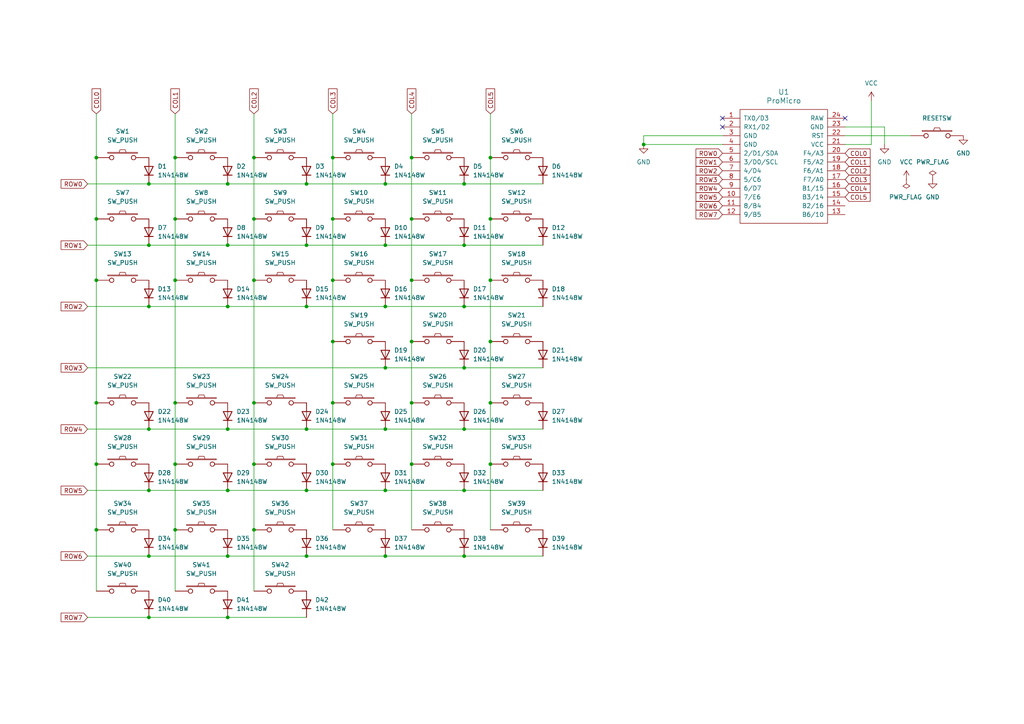
<source format=kicad_sch>
(kicad_sch (version 20230121) (generator eeschema)
  (paper "A4")
  (lib_symbols
    (symbol "Diode:1N4148W" (pin_numbers hide) (pin_names hide)
      (property "Reference" "D" (at 0 2.54 0))
      (property "Value" "1N4148W" (at 0 -2.54 0))
      (symbol "1N4148W_0_1"
        (polyline (pts (xy -1.27 1.27) (xy -1.27 -1.27)) (stroke (width 0.254)))
        (polyline (pts (xy 1.27 0) (xy -1.27 0)))
        (polyline (pts (xy 1.27 1.27) (xy 1.27 -1.27) (xy -1.27 0) (xy 1.27 1.27)) (stroke (width 0.254)))
      )
      (symbol "1N4148W_1_1"
        (pin passive line (at -3.81 0 0) (length 2.54) (name "K") (number "1"))
        (pin passive line (at 3.81 0 180) (length 2.54) (name "A") (number "2"))
      )
    )
    (symbol "kbd:ProMicro" (pin_names (offset 1.016))
      (property "Reference" "U" (at 0 19.05 0))
      (property "Value" "ProMicro" (at 0 -19.05 0))
      (symbol "ProMicro_0_1"
        (rectangle (start -12.7 16.51) (end 12.7 -16.51))
      )
      (symbol "ProMicro_1_1"
        (pin bidirectional line (at -17.78 13.97 0) (length 5.08) (name "TX0/D3") (number "1"))
        (pin bidirectional line (at -17.78 -8.89 0) (length 5.08) (name "7/E6") (number "10"))
        (pin bidirectional line (at -17.78 -11.43 0) (length 5.08) (name "8/B4") (number "11"))
        (pin bidirectional line (at -17.78 -13.97 0) (length 5.08) (name "9/B5") (number "12"))
        (pin bidirectional line (at 17.78 -13.97 180) (length 5.08) (name "B6/10") (number "13"))
        (pin bidirectional line (at 17.78 -11.43 180) (length 5.08) (name "B2/16") (number "14"))
        (pin bidirectional line (at 17.78 -8.89 180) (length 5.08) (name "B3/14") (number "15"))
        (pin bidirectional line (at 17.78 -6.35 180) (length 5.08) (name "B1/15") (number "16"))
        (pin bidirectional line (at 17.78 -3.81 180) (length 5.08) (name "F7/A0") (number "17"))
        (pin bidirectional line (at 17.78 -1.27 180) (length 5.08) (name "F6/A1") (number "18"))
        (pin bidirectional line (at 17.78 1.27 180) (length 5.08) (name "F5/A2") (number "19"))
        (pin bidirectional line (at -17.78 11.43 0) (length 5.08) (name "RX1/D2") (number "2"))
        (pin bidirectional line (at 17.78 3.81 180) (length 5.08) (name "F4/A3") (number "20"))
        (pin power_in line (at 17.78 6.35 180) (length 5.08) (name "VCC") (number "21"))
        (pin input line (at 17.78 8.89 180) (length 5.08) (name "RST") (number "22"))
        (pin power_in line (at 17.78 11.43 180) (length 5.08) (name "GND") (number "23"))
        (pin power_out line (at 17.78 13.97 180) (length 5.08) (name "RAW") (number "24"))
        (pin power_in line (at -17.78 8.89 0) (length 5.08) (name "GND") (number "3"))
        (pin power_in line (at -17.78 6.35 0) (length 5.08) (name "GND") (number "4"))
        (pin bidirectional line (at -17.78 3.81 0) (length 5.08) (name "2/D1/SDA") (number "5"))
        (pin bidirectional line (at -17.78 1.27 0) (length 5.08) (name "3/D0/SCL") (number "6"))
        (pin bidirectional line (at -17.78 -1.27 0) (length 5.08) (name "4/D4") (number "7"))
        (pin bidirectional line (at -17.78 -3.81 0) (length 5.08) (name "5/C6") (number "8"))
        (pin bidirectional line (at -17.78 -6.35 0) (length 5.08) (name "6/D7") (number "9"))
      )
    )
    (symbol "kbd:SW_PUSH" (pin_numbers hide) (pin_names (offset 1.016) hide)
      (property "Reference" "SW" (at 3.81 2.794 0))
      (property "Value" "SW_PUSH" (at 0 -2.032 0))
      (symbol "SW_PUSH_0_1"
        (rectangle (start -4.318 1.27) (end 4.318 1.524))
        (polyline (pts (xy -1.016 1.524) (xy -0.762 2.286) (xy 0.762 2.286) (xy 1.016 1.524)))
        (pin passive inverted (at -7.62 0 0) (length 5.08) (name "1") (number "1"))
        (pin passive inverted (at 7.62 0 180) (length 5.08) (name "2") (number "2"))
      )
    )
    (symbol "power:GND" (power) (pin_names (offset 0))
      (property "Value" "GND" (at 0 -3.81 0))
      (symbol "GND_0_1"
        (polyline (pts (xy 0 0) (xy 0 -1.27) (xy 1.27 -1.27) (xy 0 -2.54) (xy -1.27 -1.27) (xy 0 -1.27)))
      )
      (symbol "GND_1_1"
        (pin power_in line (at 0 0 270) (length 0) hide (name "GND") (number "1"))
      )
    )
    (symbol "power:PWR_FLAG" (power) (pin_numbers hide) (pin_names (offset 0) hide)
      (property "Value" "PWR_FLAG" (at 0 3.81 0))
      (symbol "PWR_FLAG_0_0"
        (pin power_out line (at 0 0 90) (length 0) (name "pwr") (number "1"))
      )
      (symbol "PWR_FLAG_0_1"
        (polyline (pts (xy 0 0) (xy 0 1.27) (xy -1.016 1.905) (xy 0 2.54) (xy 1.016 1.905) (xy 0 1.27)))
      )
    )
    (symbol "power:VCC" (power) (pin_names (offset 0))
      (property "Value" "VCC" (at 0 3.81 0))
      (symbol "VCC_0_1"
        (polyline (pts (xy -0.762 1.27) (xy 0 2.54)))
        (polyline (pts (xy 0 0) (xy 0 2.54)))
        (polyline (pts (xy 0 2.54) (xy 0.762 1.27)))
      )
      (symbol "VCC_1_1"
        (pin power_in line (at 0 0 90) (length 0) hide (name "VCC") (number "1"))
      )
    )
  )
  (junction (at 43.18 53.34))
  (junction (at 142.24 81.28))
  (junction (at 88.9 53.34))
  (junction (at 96.52 45.72))
  (junction (at 50.8 116.84))
  (junction (at 119.38 99.06))
  (junction (at 134.62 88.9))
  (junction (at 88.9 161.29))
  (junction (at 66.04 161.29))
  (junction (at 134.62 71.12))
  (junction (at 66.04 71.12))
  (junction (at 50.8 45.72))
  (junction (at 96.52 134.62))
  (junction (at 96.52 99.06))
  (junction (at 27.94 63.5))
  (junction (at 119.38 116.84))
  (junction (at 66.04 179.07))
  (junction (at 186.69 41.91))
  (junction (at 73.66 153.67))
  (junction (at 142.24 63.5))
  (junction (at 111.76 161.29))
  (junction (at 134.62 142.24))
  (junction (at 66.04 53.34))
  (junction (at 134.62 161.29))
  (junction (at 119.38 45.72))
  (junction (at 43.18 179.07))
  (junction (at 111.76 106.68))
  (junction (at 142.24 99.06))
  (junction (at 119.38 63.5))
  (junction (at 66.04 88.9))
  (junction (at 119.38 134.62))
  (junction (at 50.8 134.62))
  (junction (at 43.18 161.29))
  (junction (at 27.94 81.28))
  (junction (at 111.76 53.34))
  (junction (at 73.66 45.72))
  (junction (at 27.94 134.62))
  (junction (at 43.18 71.12))
  (junction (at 88.9 142.24))
  (junction (at 111.76 142.24))
  (junction (at 134.62 106.68))
  (junction (at 134.62 53.34))
  (junction (at 142.24 116.84))
  (junction (at 96.52 116.84))
  (junction (at 111.76 71.12))
  (junction (at 88.9 71.12))
  (junction (at 50.8 153.67))
  (junction (at 142.24 134.62))
  (junction (at 43.18 124.46))
  (junction (at 43.18 142.24))
  (junction (at 73.66 63.5))
  (junction (at 73.66 81.28))
  (junction (at 50.8 81.28))
  (junction (at 96.52 63.5))
  (junction (at 43.18 88.9))
  (junction (at 27.94 153.67))
  (junction (at 27.94 45.72))
  (junction (at 66.04 124.46))
  (junction (at 66.04 142.24))
  (junction (at 111.76 88.9))
  (junction (at 73.66 116.84))
  (junction (at 88.9 124.46))
  (junction (at 27.94 116.84))
  (junction (at 142.24 45.72))
  (junction (at 134.62 124.46))
  (junction (at 119.38 81.28))
  (junction (at 111.76 124.46))
  (junction (at 73.66 134.62))
  (junction (at 50.8 63.5))
  (junction (at 88.9 88.9))
  (junction (at 96.52 81.28))
  (no_connect (at 209.55 34.29))
  (no_connect (at 209.55 36.83))
  (no_connect (at 245.11 34.29))
  (wire (pts (xy 73.66 45.72) (xy 73.66 63.5)))
  (wire (pts (xy 142.24 63.5) (xy 142.24 81.28)))
  (wire (pts (xy 119.38 134.62) (xy 119.38 153.67)))
  (wire (pts (xy 96.52 33.02) (xy 96.52 45.72)))
  (wire (pts (xy 264.16 39.37) (xy 245.11 39.37)))
  (wire (pts (xy 119.38 116.84) (xy 119.38 134.62)))
  (wire (pts (xy 111.76 53.34) (xy 134.62 53.34)))
  (wire (pts (xy 88.9 71.12) (xy 111.76 71.12)))
  (wire (pts (xy 66.04 179.07) (xy 88.9 179.07)))
  (wire (pts (xy 25.4 161.29) (xy 43.18 161.29)))
  (wire (pts (xy 119.38 63.5) (xy 119.38 81.28)))
  (wire (pts (xy 96.52 45.72) (xy 96.52 63.5)))
  (wire (pts (xy 142.24 81.28) (xy 142.24 99.06)))
  (wire (pts (xy 27.94 81.28) (xy 27.94 116.84)))
  (wire (pts (xy 142.24 116.84) (xy 142.24 134.62)))
  (wire (pts (xy 119.38 99.06) (xy 119.38 116.84)))
  (wire (pts (xy 27.94 33.02) (xy 27.94 45.72)))
  (wire (pts (xy 142.24 99.06) (xy 142.24 116.84)))
  (wire (pts (xy 252.73 41.91) (xy 252.73 29.21)))
  (wire (pts (xy 25.4 106.68) (xy 111.76 106.68)))
  (wire (pts (xy 111.76 71.12) (xy 134.62 71.12)))
  (wire (pts (xy 43.18 71.12) (xy 66.04 71.12)))
  (wire (pts (xy 111.76 106.68) (xy 134.62 106.68)))
  (wire (pts (xy 142.24 45.72) (xy 142.24 63.5)))
  (wire (pts (xy 73.66 116.84) (xy 73.66 134.62)))
  (wire (pts (xy 27.94 134.62) (xy 27.94 153.67)))
  (wire (pts (xy 186.69 41.91) (xy 209.55 41.91)))
  (wire (pts (xy 245.11 41.91) (xy 252.73 41.91)))
  (wire (pts (xy 25.4 53.34) (xy 43.18 53.34)))
  (wire (pts (xy 27.94 116.84) (xy 27.94 134.62)))
  (wire (pts (xy 88.9 161.29) (xy 111.76 161.29)))
  (wire (pts (xy 134.62 106.68) (xy 157.48 106.68)))
  (wire (pts (xy 43.18 88.9) (xy 66.04 88.9)))
  (wire (pts (xy 142.24 134.62) (xy 142.24 153.67)))
  (wire (pts (xy 43.18 142.24) (xy 66.04 142.24)))
  (wire (pts (xy 50.8 153.67) (xy 50.8 171.45)))
  (wire (pts (xy 66.04 88.9) (xy 88.9 88.9)))
  (wire (pts (xy 73.66 33.02) (xy 73.66 45.72)))
  (wire (pts (xy 256.54 36.83) (xy 256.54 41.91)))
  (wire (pts (xy 73.66 63.5) (xy 73.66 81.28)))
  (wire (pts (xy 25.4 124.46) (xy 43.18 124.46)))
  (wire (pts (xy 186.69 39.37) (xy 186.69 41.91)))
  (wire (pts (xy 134.62 124.46) (xy 157.48 124.46)))
  (wire (pts (xy 134.62 53.34) (xy 157.48 53.34)))
  (wire (pts (xy 88.9 124.46) (xy 111.76 124.46)))
  (wire (pts (xy 27.94 45.72) (xy 27.94 63.5)))
  (wire (pts (xy 96.52 134.62) (xy 96.52 153.67)))
  (wire (pts (xy 142.24 33.02) (xy 142.24 45.72)))
  (wire (pts (xy 96.52 99.06) (xy 96.52 116.84)))
  (wire (pts (xy 66.04 142.24) (xy 88.9 142.24)))
  (wire (pts (xy 43.18 53.34) (xy 66.04 53.34)))
  (wire (pts (xy 134.62 142.24) (xy 157.48 142.24)))
  (wire (pts (xy 25.4 179.07) (xy 43.18 179.07)))
  (wire (pts (xy 27.94 153.67) (xy 27.94 171.45)))
  (wire (pts (xy 209.55 39.37) (xy 186.69 39.37)))
  (wire (pts (xy 25.4 71.12) (xy 43.18 71.12)))
  (wire (pts (xy 88.9 53.34) (xy 111.76 53.34)))
  (wire (pts (xy 111.76 124.46) (xy 134.62 124.46)))
  (wire (pts (xy 134.62 88.9) (xy 157.48 88.9)))
  (wire (pts (xy 111.76 161.29) (xy 134.62 161.29)))
  (wire (pts (xy 50.8 45.72) (xy 50.8 63.5)))
  (wire (pts (xy 43.18 161.29) (xy 66.04 161.29)))
  (wire (pts (xy 119.38 33.02) (xy 119.38 45.72)))
  (wire (pts (xy 119.38 81.28) (xy 119.38 99.06)))
  (wire (pts (xy 43.18 124.46) (xy 66.04 124.46)))
  (wire (pts (xy 43.18 179.07) (xy 66.04 179.07)))
  (wire (pts (xy 25.4 142.24) (xy 43.18 142.24)))
  (wire (pts (xy 96.52 63.5) (xy 96.52 81.28)))
  (wire (pts (xy 245.11 36.83) (xy 256.54 36.83)))
  (wire (pts (xy 96.52 81.28) (xy 96.52 99.06)))
  (wire (pts (xy 73.66 134.62) (xy 73.66 153.67)))
  (wire (pts (xy 50.8 116.84) (xy 50.8 134.62)))
  (wire (pts (xy 134.62 71.12) (xy 157.48 71.12)))
  (wire (pts (xy 66.04 124.46) (xy 88.9 124.46)))
  (wire (pts (xy 66.04 71.12) (xy 88.9 71.12)))
  (wire (pts (xy 66.04 161.29) (xy 88.9 161.29)))
  (wire (pts (xy 88.9 142.24) (xy 111.76 142.24)))
  (wire (pts (xy 96.52 116.84) (xy 96.52 134.62)))
  (wire (pts (xy 50.8 81.28) (xy 50.8 116.84)))
  (wire (pts (xy 50.8 33.02) (xy 50.8 45.72)))
  (wire (pts (xy 134.62 161.29) (xy 157.48 161.29)))
  (wire (pts (xy 27.94 63.5) (xy 27.94 81.28)))
  (wire (pts (xy 25.4 88.9) (xy 43.18 88.9)))
  (wire (pts (xy 88.9 88.9) (xy 111.76 88.9)))
  (wire (pts (xy 111.76 88.9) (xy 134.62 88.9)))
  (wire (pts (xy 66.04 53.34) (xy 88.9 53.34)))
  (wire (pts (xy 73.66 153.67) (xy 73.66 171.45)))
  (wire (pts (xy 50.8 134.62) (xy 50.8 153.67)))
  (wire (pts (xy 73.66 81.28) (xy 73.66 116.84)))
  (wire (pts (xy 50.8 63.5) (xy 50.8 81.28)))
  (wire (pts (xy 119.38 45.72) (xy 119.38 63.5)))
  (wire (pts (xy 111.76 142.24) (xy 134.62 142.24)))
  (global_label "ROW3" (shape input) (at 25.4 106.68 180) (property "Intersheetrefs" "${INTERSHEET_REFS}" (effects hide)))
  (global_label "ROW7" (shape input) (at 25.4 179.07 180) (property "Intersheetrefs" "${INTERSHEET_REFS}" (effects hide)))
  (global_label "ROW0" (shape input) (at 25.4 53.34 180) (property "Intersheetrefs" "${INTERSHEET_REFS}" (effects hide)))
  (global_label "COL2" (shape input) (at 245.11 49.53 0) (property "Intersheetrefs" "${INTERSHEET_REFS}" (effects hide)))
  (global_label "ROW4" (shape input) (at 209.55 54.61 180) (property "Intersheetrefs" "${INTERSHEET_REFS}" (effects hide)))
  (global_label "COL1" (shape input) (at 50.8 33.02 90) (property "Intersheetrefs" "${INTERSHEET_REFS}" (effects hide)))
  (global_label "ROW1" (shape input) (at 25.4 71.12 180) (property "Intersheetrefs" "${INTERSHEET_REFS}" (effects hide)))
  (global_label "ROW4" (shape input) (at 25.4 124.46 180) (property "Intersheetrefs" "${INTERSHEET_REFS}" (effects hide)))
  (global_label "ROW1" (shape input) (at 209.55 46.99 180) (property "Intersheetrefs" "${INTERSHEET_REFS}" (effects hide)))
  (global_label "COL5" (shape input) (at 142.24 33.02 90) (property "Intersheetrefs" "${INTERSHEET_REFS}" (effects hide)))
  (global_label "ROW7" (shape input) (at 209.55 62.23 180) (property "Intersheetrefs" "${INTERSHEET_REFS}" (effects hide)))
  (global_label "ROW6" (shape input) (at 209.55 59.69 180) (property "Intersheetrefs" "${INTERSHEET_REFS}" (effects hide)))
  (global_label "ROW5" (shape input) (at 25.4 142.24 180) (property "Intersheetrefs" "${INTERSHEET_REFS}" (effects hide)))
  (global_label "COL0" (shape input) (at 27.94 33.02 90) (property "Intersheetrefs" "${INTERSHEET_REFS}" (effects hide)))
  (global_label "ROW6" (shape input) (at 25.4 161.29 180) (property "Intersheetrefs" "${INTERSHEET_REFS}" (effects hide)))
  (global_label "COL3" (shape input) (at 245.11 52.07 0) (property "Intersheetrefs" "${INTERSHEET_REFS}" (effects hide)))
  (global_label "COL2" (shape input) (at 73.66 33.02 90) (property "Intersheetrefs" "${INTERSHEET_REFS}" (effects hide)))
  (global_label "COL0" (shape input) (at 245.11 44.45 0) (property "Intersheetrefs" "${INTERSHEET_REFS}" (effects hide)))
  (global_label "COL4" (shape input) (at 119.38 33.02 90) (property "Intersheetrefs" "${INTERSHEET_REFS}" (effects hide)))
  (global_label "ROW5" (shape input) (at 209.55 57.15 180) (property "Intersheetrefs" "${INTERSHEET_REFS}" (effects hide)))
  (global_label "COL4" (shape input) (at 245.11 54.61 0) (property "Intersheetrefs" "${INTERSHEET_REFS}" (effects hide)))
  (global_label "COL5" (shape input) (at 245.11 57.15 0) (property "Intersheetrefs" "${INTERSHEET_REFS}" (effects hide)))
  (global_label "ROW2" (shape input) (at 25.4 88.9 180) (property "Intersheetrefs" "${INTERSHEET_REFS}" (effects hide)))
  (global_label "ROW2" (shape input) (at 209.55 49.53 180) (property "Intersheetrefs" "${INTERSHEET_REFS}" (effects hide)))
  (global_label "ROW3" (shape input) (at 209.55 52.07 180) (property "Intersheetrefs" "${INTERSHEET_REFS}" (effects hide)))
  (global_label "COL3" (shape input) (at 96.52 33.02 90) (property "Intersheetrefs" "${INTERSHEET_REFS}" (effects hide)))
  (global_label "COL1" (shape input) (at 245.11 46.99 0) (property "Intersheetrefs" "${INTERSHEET_REFS}" (effects hide)))
  (global_label "ROW0" (shape input) (at 209.55 44.45 180) (property "Intersheetrefs" "${INTERSHEET_REFS}" (effects hide)))
  (symbol (lib_id "kbd:SW_PUSH") (at 35.56 45.72 0) (unit 1)
    (property "Reference" "SW1" (at 35.56 38.1 0))
    (property "Value" "SW_PUSH" (at 35.56 40.64 0))
    (property "Footprint" "kbd:CherryMX_Hotswap" (effects hide))
  )
  (symbol (lib_id "Diode:1N4148W") (at 157.48 120.65 90) (unit 1)
    (property "Reference" "D27" (at 160.02 119.38 90) (effects (justify right)))
    (property "Value" "1N4148W" (at 160.02 121.92 90) (effects (justify right)))
    (property "Footprint" "kbd:D3_TH_SMD_v2" (effects hide))
    (property "Datasheet" "https://www.vishay.com/docs/85748/1n4148w.pdf" (effects hide))
    (property "Sim.Device" "D" (effects hide))
    (property "Sim.Pins" "1=K 2=A" (effects hide))
  )
  (symbol (lib_id "kbd:SW_PUSH") (at 104.14 99.06 0) (unit 1)
    (property "Reference" "SW19" (at 104.14 91.44 0))
    (property "Value" "SW_PUSH" (at 104.14 93.98 0))
    (property "Footprint" "kbd:CherryMX_Hotswap" (effects hide))
  )
  (symbol (lib_id "Diode:1N4148W") (at 88.9 157.48 90) (unit 1)
    (property "Reference" "D36" (at 91.44 156.21 90) (effects (justify right)))
    (property "Value" "1N4148W" (at 91.44 158.75 90) (effects (justify right)))
    (property "Footprint" "kbd:D3_TH_SMD_v2" (effects hide))
    (property "Datasheet" "https://www.vishay.com/docs/85748/1n4148w.pdf" (effects hide))
    (property "Sim.Device" "D" (effects hide))
    (property "Sim.Pins" "1=K 2=A" (effects hide))
  )
  (symbol (lib_id "kbd:ProMicro") (at 227.33 48.26 0) (unit 1)
    (property "Reference" "U1" (at 227.33 26.67 0) (effects (font (size 1.524 1.524))))
    (property "Value" "ProMicro" (at 227.33 29.21 0) (effects (font (size 1.524 1.524))))
    (property "Footprint" "kbd:ProMicro_v3.5" (effects hide))
  )
  (symbol (lib_id "kbd:SW_PUSH") (at 58.42 153.67 0) (unit 1)
    (property "Reference" "SW35" (at 58.42 146.05 0))
    (property "Value" "SW_PUSH" (at 58.42 148.59 0))
    (property "Footprint" "kbd:CherryMX_Hotswap" (effects hide))
  )
  (symbol (lib_id "Diode:1N4148W") (at 88.9 85.09 90) (unit 1)
    (property "Reference" "D15" (at 91.44 83.82 90) (effects (justify right)))
    (property "Value" "1N4148W" (at 91.44 86.36 90) (effects (justify right)))
    (property "Footprint" "kbd:D3_TH_SMD_v2" (effects hide))
    (property "Datasheet" "https://www.vishay.com/docs/85748/1n4148w.pdf" (effects hide))
    (property "Sim.Device" "D" (effects hide))
    (property "Sim.Pins" "1=K 2=A" (effects hide))
  )
  (symbol (lib_id "Diode:1N4148W") (at 43.18 49.53 90) (unit 1)
    (property "Reference" "D1" (at 45.72 48.26 90) (effects (justify right)))
    (property "Value" "1N4148W" (at 45.72 50.8 90) (effects (justify right)))
    (property "Footprint" "kbd:D3_TH_SMD_v2" (effects hide))
    (property "Datasheet" "https://www.vishay.com/docs/85748/1n4148w.pdf" (effects hide))
    (property "Sim.Device" "D" (effects hide))
    (property "Sim.Pins" "1=K 2=A" (effects hide))
  )
  (symbol (lib_id "Diode:1N4148W") (at 111.76 49.53 90) (unit 1)
    (property "Reference" "D4" (at 114.3 48.26 90) (effects (justify right)))
    (property "Value" "1N4148W" (at 114.3 50.8 90) (effects (justify right)))
    (property "Footprint" "kbd:D3_TH_SMD_v2" (effects hide))
    (property "Datasheet" "https://www.vishay.com/docs/85748/1n4148w.pdf" (effects hide))
    (property "Sim.Device" "D" (effects hide))
    (property "Sim.Pins" "1=K 2=A" (effects hide))
  )
  (symbol (lib_id "kbd:SW_PUSH") (at 127 63.5 0) (unit 1)
    (property "Reference" "SW11" (at 127 55.88 0))
    (property "Value" "SW_PUSH" (at 127 58.42 0))
    (property "Footprint" "kbd:CherryMX_Hotswap" (effects hide))
  )
  (symbol (lib_id "Diode:1N4148W") (at 66.04 120.65 90) (unit 1)
    (property "Reference" "D23" (at 68.58 119.38 90) (effects (justify right)))
    (property "Value" "1N4148W" (at 68.58 121.92 90) (effects (justify right)))
    (property "Footprint" "kbd:D3_TH_SMD_v2" (effects hide))
    (property "Datasheet" "https://www.vishay.com/docs/85748/1n4148w.pdf" (effects hide))
    (property "Sim.Device" "D" (effects hide))
    (property "Sim.Pins" "1=K 2=A" (effects hide))
  )
  (symbol (lib_id "Diode:1N4148W") (at 157.48 102.87 90) (unit 1)
    (property "Reference" "D21" (at 160.02 101.6 90) (effects (justify right)))
    (property "Value" "1N4148W" (at 160.02 104.14 90) (effects (justify right)))
    (property "Footprint" "kbd:D3_TH_SMD_v2" (effects hide))
    (property "Datasheet" "https://www.vishay.com/docs/85748/1n4148w.pdf" (effects hide))
    (property "Sim.Device" "D" (effects hide))
    (property "Sim.Pins" "1=K 2=A" (effects hide))
  )
  (symbol (lib_id "Diode:1N4148W") (at 88.9 138.43 90) (unit 1)
    (property "Reference" "D30" (at 91.44 137.16 90) (effects (justify right)))
    (property "Value" "1N4148W" (at 91.44 139.7 90) (effects (justify right)))
    (property "Footprint" "kbd:D3_TH_SMD_v2" (effects hide))
    (property "Datasheet" "https://www.vishay.com/docs/85748/1n4148w.pdf" (effects hide))
    (property "Sim.Device" "D" (effects hide))
    (property "Sim.Pins" "1=K 2=A" (effects hide))
  )
  (symbol (lib_id "Diode:1N4148W") (at 111.76 85.09 90) (unit 1)
    (property "Reference" "D16" (at 114.3 83.82 90) (effects (justify right)))
    (property "Value" "1N4148W" (at 114.3 86.36 90) (effects (justify right)))
    (property "Footprint" "kbd:D3_TH_SMD_v2" (effects hide))
    (property "Datasheet" "https://www.vishay.com/docs/85748/1n4148w.pdf" (effects hide))
    (property "Sim.Device" "D" (effects hide))
    (property "Sim.Pins" "1=K 2=A" (effects hide))
  )
  (symbol (lib_id "kbd:SW_PUSH") (at 149.86 99.06 0) (unit 1)
    (property "Reference" "SW21" (at 149.86 91.44 0))
    (property "Value" "SW_PUSH" (at 149.86 93.98 0))
    (property "Footprint" "kbd:CherryMX_Hotswap" (effects hide))
  )
  (symbol (lib_id "kbd:SW_PUSH") (at 58.42 45.72 0) (unit 1)
    (property "Reference" "SW2" (at 58.42 38.1 0))
    (property "Value" "SW_PUSH" (at 58.42 40.64 0))
    (property "Footprint" "kbd:CherryMX_Hotswap" (effects hide))
  )
  (symbol (lib_id "Diode:1N4148W") (at 66.04 175.26 90) (unit 1)
    (property "Reference" "D41" (at 68.58 173.99 90) (effects (justify right)))
    (property "Value" "1N4148W" (at 68.58 176.53 90) (effects (justify right)))
    (property "Footprint" "kbd:D3_TH_SMD_v2" (effects hide))
    (property "Datasheet" "https://www.vishay.com/docs/85748/1n4148w.pdf" (effects hide))
    (property "Sim.Device" "D" (effects hide))
    (property "Sim.Pins" "1=K 2=A" (effects hide))
  )
  (symbol (lib_id "Diode:1N4148W") (at 43.18 138.43 90) (unit 1)
    (property "Reference" "D28" (at 45.72 137.16 90) (effects (justify right)))
    (property "Value" "1N4148W" (at 45.72 139.7 90) (effects (justify right)))
    (property "Footprint" "kbd:D3_TH_SMD_v2" (effects hide))
    (property "Datasheet" "https://www.vishay.com/docs/85748/1n4148w.pdf" (effects hide))
    (property "Sim.Device" "D" (effects hide))
    (property "Sim.Pins" "1=K 2=A" (effects hide))
  )
  (symbol (lib_id "kbd:SW_PUSH") (at 104.14 81.28 0) (unit 1)
    (property "Reference" "SW16" (at 104.14 73.66 0))
    (property "Value" "SW_PUSH" (at 104.14 76.2 0))
    (property "Footprint" "kbd:CherryMX_Hotswap" (effects hide))
  )
  (symbol (lib_id "Diode:1N4148W") (at 111.76 157.48 90) (unit 1)
    (property "Reference" "D37" (at 114.3 156.21 90) (effects (justify right)))
    (property "Value" "1N4148W" (at 114.3 158.75 90) (effects (justify right)))
    (property "Footprint" "kbd:D3_TH_SMD_v2" (effects hide))
    (property "Datasheet" "https://www.vishay.com/docs/85748/1n4148w.pdf" (effects hide))
    (property "Sim.Device" "D" (effects hide))
    (property "Sim.Pins" "1=K 2=A" (effects hide))
  )
  (symbol (lib_id "Diode:1N4148W") (at 88.9 67.31 90) (unit 1)
    (property "Reference" "D9" (at 91.44 66.04 90) (effects (justify right)))
    (property "Value" "1N4148W" (at 91.44 68.58 90) (effects (justify right)))
    (property "Footprint" "kbd:D3_TH_SMD_v2" (effects hide))
    (property "Datasheet" "https://www.vishay.com/docs/85748/1n4148w.pdf" (effects hide))
    (property "Sim.Device" "D" (effects hide))
    (property "Sim.Pins" "1=K 2=A" (effects hide))
  )
  (symbol (lib_id "kbd:SW_PUSH") (at 104.14 116.84 0) (unit 1)
    (property "Reference" "SW25" (at 104.14 109.22 0))
    (property "Value" "SW_PUSH" (at 104.14 111.76 0))
    (property "Footprint" "kbd:CherryMX_Hotswap" (effects hide))
  )
  (symbol (lib_id "kbd:SW_PUSH") (at 35.56 171.45 0) (unit 1)
    (property "Reference" "SW40" (at 35.56 163.83 0))
    (property "Value" "SW_PUSH" (at 35.56 166.37 0))
    (property "Footprint" "kbd:CherryMX_Hotswap" (effects hide))
  )
  (symbol (lib_id "kbd:SW_PUSH") (at 35.56 153.67 0) (unit 1)
    (property "Reference" "SW34" (at 35.56 146.05 0))
    (property "Value" "SW_PUSH" (at 35.56 148.59 0))
    (property "Footprint" "kbd:CherryMX_Hotswap" (effects hide))
  )
  (symbol (lib_id "kbd:SW_PUSH") (at 104.14 153.67 0) (unit 1)
    (property "Reference" "SW37" (at 104.14 146.05 0))
    (property "Value" "SW_PUSH" (at 104.14 148.59 0))
    (property "Footprint" "kbd:CherryMX_Hotswap" (effects hide))
  )
  (symbol (lib_id "kbd:SW_PUSH") (at 104.14 45.72 0) (unit 1)
    (property "Reference" "SW4" (at 104.14 38.1 0))
    (property "Value" "SW_PUSH" (at 104.14 40.64 0))
    (property "Footprint" "kbd:CherryMX_Hotswap" (effects hide))
  )
  (symbol (lib_id "power:VCC") (at 252.73 29.21 0) (unit 1)
    (property "Reference" "#PWR02" (effects hide))
    (property "Value" "VCC" (at 252.73 24.13 0))
  )
  (symbol (lib_id "power:VCC") (at 262.89 52.07 0) (unit 1)
    (property "Reference" "#PWR05" (effects hide))
    (property "Value" "VCC" (at 262.89 46.99 0))
  )
  (symbol (lib_id "kbd:SW_PUSH") (at 127 116.84 0) (unit 1)
    (property "Reference" "SW26" (at 127 109.22 0))
    (property "Value" "SW_PUSH" (at 127 111.76 0))
    (property "Footprint" "kbd:CherryMX_Hotswap" (effects hide))
  )
  (symbol (lib_id "Diode:1N4148W") (at 88.9 175.26 90) (unit 1)
    (property "Reference" "D42" (at 91.44 173.99 90) (effects (justify right)))
    (property "Value" "1N4148W" (at 91.44 176.53 90) (effects (justify right)))
    (property "Footprint" "kbd:D3_TH_SMD_v2" (effects hide))
    (property "Datasheet" "https://www.vishay.com/docs/85748/1n4148w.pdf" (effects hide))
    (property "Sim.Device" "D" (effects hide))
    (property "Sim.Pins" "1=K 2=A" (effects hide))
  )
  (symbol (lib_id "Diode:1N4148W") (at 134.62 157.48 90) (unit 1)
    (property "Reference" "D38" (at 137.16 156.21 90) (effects (justify right)))
    (property "Value" "1N4148W" (at 137.16 158.75 90) (effects (justify right)))
    (property "Footprint" "kbd:D3_TH_SMD_v2" (effects hide))
    (property "Datasheet" "https://www.vishay.com/docs/85748/1n4148w.pdf" (effects hide))
    (property "Sim.Device" "D" (effects hide))
    (property "Sim.Pins" "1=K 2=A" (effects hide))
  )
  (symbol (lib_id "Diode:1N4148W") (at 111.76 67.31 90) (unit 1)
    (property "Reference" "D10" (at 114.3 66.04 90) (effects (justify right)))
    (property "Value" "1N4148W" (at 114.3 68.58 90) (effects (justify right)))
    (property "Footprint" "kbd:D3_TH_SMD_v2" (effects hide))
    (property "Datasheet" "https://www.vishay.com/docs/85748/1n4148w.pdf" (effects hide))
    (property "Sim.Device" "D" (effects hide))
    (property "Sim.Pins" "1=K 2=A" (effects hide))
  )
  (symbol (lib_id "kbd:SW_PUSH") (at 127 134.62 0) (unit 1)
    (property "Reference" "SW32" (at 127 127 0))
    (property "Value" "SW_PUSH" (at 127 129.54 0))
    (property "Footprint" "kbd:CherryMX_Hotswap" (effects hide))
  )
  (symbol (lib_id "Diode:1N4148W") (at 134.62 102.87 90) (unit 1)
    (property "Reference" "D20" (at 137.16 101.6 90) (effects (justify right)))
    (property "Value" "1N4148W" (at 137.16 104.14 90) (effects (justify right)))
    (property "Footprint" "kbd:D3_TH_SMD_v2" (effects hide))
    (property "Datasheet" "https://www.vishay.com/docs/85748/1n4148w.pdf" (effects hide))
    (property "Sim.Device" "D" (effects hide))
    (property "Sim.Pins" "1=K 2=A" (effects hide))
  )
  (symbol (lib_id "kbd:SW_PUSH") (at 58.42 63.5 0) (unit 1)
    (property "Reference" "SW8" (at 58.42 55.88 0))
    (property "Value" "SW_PUSH" (at 58.42 58.42 0))
    (property "Footprint" "kbd:CherryMX_Hotswap" (effects hide))
  )
  (symbol (lib_id "kbd:SW_PUSH") (at 58.42 171.45 0) (unit 1)
    (property "Reference" "SW41" (at 58.42 163.83 0))
    (property "Value" "SW_PUSH" (at 58.42 166.37 0))
    (property "Footprint" "kbd:CherryMX_Hotswap" (effects hide))
  )
  (symbol (lib_id "kbd:SW_PUSH") (at 35.56 63.5 0) (unit 1)
    (property "Reference" "SW7" (at 35.56 55.88 0))
    (property "Value" "SW_PUSH" (at 35.56 58.42 0))
    (property "Footprint" "kbd:CherryMX_Hotswap" (effects hide))
  )
  (symbol (lib_id "kbd:SW_PUSH") (at 35.56 134.62 0) (unit 1)
    (property "Reference" "SW28" (at 35.56 127 0))
    (property "Value" "SW_PUSH" (at 35.56 129.54 0))
    (property "Footprint" "kbd:CherryMX_Hotswap" (effects hide))
  )
  (symbol (lib_id "kbd:SW_PUSH") (at 149.86 153.67 0) (unit 1)
    (property "Reference" "SW39" (at 149.86 146.05 0))
    (property "Value" "SW_PUSH" (at 149.86 148.59 0))
    (property "Footprint" "kbd:CherryMX_Hotswap" (effects hide))
  )
  (symbol (lib_id "Diode:1N4148W") (at 66.04 85.09 90) (unit 1)
    (property "Reference" "D14" (at 68.58 83.82 90) (effects (justify right)))
    (property "Value" "1N4148W" (at 68.58 86.36 90) (effects (justify right)))
    (property "Footprint" "kbd:D3_TH_SMD_v2" (effects hide))
    (property "Datasheet" "https://www.vishay.com/docs/85748/1n4148w.pdf" (effects hide))
    (property "Sim.Device" "D" (effects hide))
    (property "Sim.Pins" "1=K 2=A" (effects hide))
  )
  (symbol (lib_id "kbd:SW_PUSH") (at 104.14 63.5 0) (unit 1)
    (property "Reference" "SW10" (at 104.14 55.88 0))
    (property "Value" "SW_PUSH" (at 104.14 58.42 0))
    (property "Footprint" "kbd:CherryMX_Hotswap" (effects hide))
  )
  (symbol (lib_id "kbd:SW_PUSH") (at 35.56 81.28 0) (unit 1)
    (property "Reference" "SW13" (at 35.56 73.66 0))
    (property "Value" "SW_PUSH" (at 35.56 76.2 0))
    (property "Footprint" "kbd:CherryMX_Hotswap" (effects hide))
  )
  (symbol (lib_id "Diode:1N4148W") (at 157.48 138.43 90) (unit 1)
    (property "Reference" "D33" (at 160.02 137.16 90) (effects (justify right)))
    (property "Value" "1N4148W" (at 160.02 139.7 90) (effects (justify right)))
    (property "Footprint" "kbd:D3_TH_SMD_v2" (effects hide))
    (property "Datasheet" "https://www.vishay.com/docs/85748/1n4148w.pdf" (effects hide))
    (property "Sim.Device" "D" (effects hide))
    (property "Sim.Pins" "1=K 2=A" (effects hide))
  )
  (symbol (lib_id "kbd:SW_PUSH") (at 149.86 81.28 0) (unit 1)
    (property "Reference" "SW18" (at 149.86 73.66 0))
    (property "Value" "SW_PUSH" (at 149.86 76.2 0))
    (property "Footprint" "kbd:CherryMX_Hotswap" (effects hide))
  )
  (symbol (lib_id "kbd:SW_PUSH") (at 149.86 134.62 0) (unit 1)
    (property "Reference" "SW33" (at 149.86 127 0))
    (property "Value" "SW_PUSH" (at 149.86 129.54 0))
    (property "Footprint" "kbd:CherryMX_Hotswap" (effects hide))
  )
  (symbol (lib_id "Diode:1N4148W") (at 134.62 120.65 90) (unit 1)
    (property "Reference" "D26" (at 137.16 119.38 90) (effects (justify right)))
    (property "Value" "1N4148W" (at 137.16 121.92 90) (effects (justify right)))
    (property "Footprint" "kbd:D3_TH_SMD_v2" (effects hide))
    (property "Datasheet" "https://www.vishay.com/docs/85748/1n4148w.pdf" (effects hide))
    (property "Sim.Device" "D" (effects hide))
    (property "Sim.Pins" "1=K 2=A" (effects hide))
  )
  (symbol (lib_id "kbd:SW_PUSH") (at 81.28 63.5 0) (unit 1)
    (property "Reference" "SW9" (at 81.28 55.88 0))
    (property "Value" "SW_PUSH" (at 81.28 58.42 0))
    (property "Footprint" "kbd:CherryMX_Hotswap" (effects hide))
  )
  (symbol (lib_id "power:GND") (at 279.4 39.37 0) (unit 1)
    (property "Reference" "#PWR04" (effects hide))
    (property "Value" "GND" (at 279.4 44.45 0))
  )
  (symbol (lib_id "kbd:SW_PUSH") (at 58.42 134.62 0) (unit 1)
    (property "Reference" "SW29" (at 58.42 127 0))
    (property "Value" "SW_PUSH" (at 58.42 129.54 0))
    (property "Footprint" "kbd:CherryMX_Hotswap" (effects hide))
  )
  (symbol (lib_id "Diode:1N4148W") (at 134.62 85.09 90) (unit 1)
    (property "Reference" "D17" (at 137.16 83.82 90) (effects (justify right)))
    (property "Value" "1N4148W" (at 137.16 86.36 90) (effects (justify right)))
    (property "Footprint" "kbd:D3_TH_SMD_v2" (effects hide))
    (property "Datasheet" "https://www.vishay.com/docs/85748/1n4148w.pdf" (effects hide))
    (property "Sim.Device" "D" (effects hide))
    (property "Sim.Pins" "1=K 2=A" (effects hide))
  )
  (symbol (lib_id "power:GND") (at 270.51 52.07 0) (unit 1)
    (property "Reference" "#PWR06" (effects hide))
    (property "Value" "GND" (at 270.51 57.15 0))
  )
  (symbol (lib_id "kbd:SW_PUSH") (at 127 99.06 0) (unit 1)
    (property "Reference" "SW20" (at 127 91.44 0))
    (property "Value" "SW_PUSH" (at 127 93.98 0))
    (property "Footprint" "kbd:CherryMX_Hotswap" (effects hide))
  )
  (symbol (lib_id "kbd:SW_PUSH") (at 271.78 39.37 0) (unit 1)
    (property "Reference" "RSSW0" (effects hide))
    (property "Value" "RESETSW" (at 271.78 34.29 0))
    (property "Footprint" "kbd:ResetSW_1side" (effects hide))
  )
  (symbol (lib_id "power:GND") (at 256.54 41.91 0) (unit 1)
    (property "Reference" "#PWR01" (effects hide))
    (property "Value" "GND" (at 256.54 46.99 0))
  )
  (symbol (lib_id "Diode:1N4148W") (at 88.9 49.53 90) (unit 1)
    (property "Reference" "D3" (at 91.44 48.26 90) (effects (justify right)))
    (property "Value" "1N4148W" (at 91.44 50.8 90) (effects (justify right)))
    (property "Footprint" "kbd:D3_TH_SMD_v2" (effects hide))
    (property "Datasheet" "https://www.vishay.com/docs/85748/1n4148w.pdf" (effects hide))
    (property "Sim.Device" "D" (effects hide))
    (property "Sim.Pins" "1=K 2=A" (effects hide))
  )
  (symbol (lib_id "Diode:1N4148W") (at 111.76 102.87 90) (unit 1)
    (property "Reference" "D19" (at 114.3 101.6 90) (effects (justify right)))
    (property "Value" "1N4148W" (at 114.3 104.14 90) (effects (justify right)))
    (property "Footprint" "kbd:D3_TH_SMD_v2" (effects hide))
    (property "Datasheet" "https://www.vishay.com/docs/85748/1n4148w.pdf" (effects hide))
    (property "Sim.Device" "D" (effects hide))
    (property "Sim.Pins" "1=K 2=A" (effects hide))
  )
  (symbol (lib_id "Diode:1N4148W") (at 43.18 67.31 90) (unit 1)
    (property "Reference" "D7" (at 45.72 66.04 90) (effects (justify right)))
    (property "Value" "1N4148W" (at 45.72 68.58 90) (effects (justify right)))
    (property "Footprint" "kbd:D3_TH_SMD_v2" (effects hide))
    (property "Datasheet" "https://www.vishay.com/docs/85748/1n4148w.pdf" (effects hide))
    (property "Sim.Device" "D" (effects hide))
    (property "Sim.Pins" "1=K 2=A" (effects hide))
  )
  (symbol (lib_id "kbd:SW_PUSH") (at 149.86 116.84 0) (unit 1)
    (property "Reference" "SW27" (at 149.86 109.22 0))
    (property "Value" "SW_PUSH" (at 149.86 111.76 0))
    (property "Footprint" "kbd:CherryMX_Hotswap" (effects hide))
  )
  (symbol (lib_id "Diode:1N4148W") (at 43.18 157.48 90) (unit 1)
    (property "Reference" "D34" (at 45.72 156.21 90) (effects (justify right)))
    (property "Value" "1N4148W" (at 45.72 158.75 90) (effects (justify right)))
    (property "Footprint" "kbd:D3_TH_SMD_v2" (effects hide))
    (property "Datasheet" "https://www.vishay.com/docs/85748/1n4148w.pdf" (effects hide))
    (property "Sim.Device" "D" (effects hide))
    (property "Sim.Pins" "1=K 2=A" (effects hide))
  )
  (symbol (lib_id "kbd:SW_PUSH") (at 81.28 45.72 0) (unit 1)
    (property "Reference" "SW3" (at 81.28 38.1 0))
    (property "Value" "SW_PUSH" (at 81.28 40.64 0))
    (property "Footprint" "kbd:CherryMX_Hotswap" (effects hide))
  )
  (symbol (lib_id "Diode:1N4148W") (at 111.76 120.65 90) (unit 1)
    (property "Reference" "D25" (at 114.3 119.38 90) (effects (justify right)))
    (property "Value" "1N4148W" (at 114.3 121.92 90) (effects (justify right)))
    (property "Footprint" "kbd:D3_TH_SMD_v2" (effects hide))
    (property "Datasheet" "https://www.vishay.com/docs/85748/1n4148w.pdf" (effects hide))
    (property "Sim.Device" "D" (effects hide))
    (property "Sim.Pins" "1=K 2=A" (effects hide))
  )
  (symbol (lib_id "power:PWR_FLAG") (at 270.51 52.07 0) (unit 1)
    (property "Reference" "#FLG02" (effects hide))
    (property "Value" "PWR_FLAG" (at 270.51 46.99 0))
  )
  (symbol (lib_id "kbd:SW_PUSH") (at 127 45.72 0) (unit 1)
    (property "Reference" "SW5" (at 127 38.1 0))
    (property "Value" "SW_PUSH" (at 127 40.64 0))
    (property "Footprint" "kbd:CherryMX_Hotswap" (effects hide))
  )
  (symbol (lib_id "power:PWR_FLAG") (at 262.89 52.07 180) (unit 1)
    (property "Reference" "#FLG01" (effects hide))
    (property "Value" "PWR_FLAG" (at 257.81 57.15 0) (effects (justify right)))
  )
  (symbol (lib_id "Diode:1N4148W") (at 43.18 175.26 90) (unit 1)
    (property "Reference" "D40" (at 45.72 173.99 90) (effects (justify right)))
    (property "Value" "1N4148W" (at 45.72 176.53 90) (effects (justify right)))
    (property "Footprint" "kbd:D3_TH_SMD_v2" (effects hide))
    (property "Datasheet" "https://www.vishay.com/docs/85748/1n4148w.pdf" (effects hide))
    (property "Sim.Device" "D" (effects hide))
    (property "Sim.Pins" "1=K 2=A" (effects hide))
  )
  (symbol (lib_id "Diode:1N4148W") (at 157.48 85.09 90) (unit 1)
    (property "Reference" "D18" (at 160.02 83.82 90) (effects (justify right)))
    (property "Value" "1N4148W" (at 160.02 86.36 90) (effects (justify right)))
    (property "Footprint" "kbd:D3_TH_SMD_v2" (effects hide))
    (property "Datasheet" "https://www.vishay.com/docs/85748/1n4148w.pdf" (effects hide))
    (property "Sim.Device" "D" (effects hide))
    (property "Sim.Pins" "1=K 2=A" (effects hide))
  )
  (symbol (lib_id "kbd:SW_PUSH") (at 81.28 153.67 0) (unit 1)
    (property "Reference" "SW36" (at 81.28 146.05 0))
    (property "Value" "SW_PUSH" (at 81.28 148.59 0))
    (property "Footprint" "kbd:CherryMX_Hotswap" (effects hide))
  )
  (symbol (lib_id "Diode:1N4148W") (at 134.62 67.31 90) (unit 1)
    (property "Reference" "D11" (at 137.16 66.04 90) (effects (justify right)))
    (property "Value" "1N4148W" (at 137.16 68.58 90) (effects (justify right)))
    (property "Footprint" "kbd:D3_TH_SMD_v2" (effects hide))
    (property "Datasheet" "https://www.vishay.com/docs/85748/1n4148w.pdf" (effects hide))
    (property "Sim.Device" "D" (effects hide))
    (property "Sim.Pins" "1=K 2=A" (effects hide))
  )
  (symbol (lib_id "kbd:SW_PUSH") (at 127 81.28 0) (unit 1)
    (property "Reference" "SW17" (at 127 73.66 0))
    (property "Value" "SW_PUSH" (at 127 76.2 0))
    (property "Footprint" "kbd:CherryMX_Hotswap" (effects hide))
  )
  (symbol (lib_id "Diode:1N4148W") (at 88.9 120.65 90) (unit 1)
    (property "Reference" "D24" (at 91.44 119.38 90) (effects (justify right)))
    (property "Value" "1N4148W" (at 91.44 121.92 90) (effects (justify right)))
    (property "Footprint" "kbd:D3_TH_SMD_v2" (effects hide))
    (property "Datasheet" "https://www.vishay.com/docs/85748/1n4148w.pdf" (effects hide))
    (property "Sim.Device" "D" (effects hide))
    (property "Sim.Pins" "1=K 2=A" (effects hide))
  )
  (symbol (lib_id "kbd:SW_PUSH") (at 58.42 81.28 0) (unit 1)
    (property "Reference" "SW14" (at 58.42 73.66 0))
    (property "Value" "SW_PUSH" (at 58.42 76.2 0))
    (property "Footprint" "kbd:CherryMX_Hotswap" (effects hide))
  )
  (symbol (lib_id "kbd:SW_PUSH") (at 35.56 116.84 0) (unit 1)
    (property "Reference" "SW22" (at 35.56 109.22 0))
    (property "Value" "SW_PUSH" (at 35.56 111.76 0))
    (property "Footprint" "kbd:CherryMX_Hotswap" (effects hide))
  )
  (symbol (lib_id "kbd:SW_PUSH") (at 58.42 116.84 0) (unit 1)
    (property "Reference" "SW23" (at 58.42 109.22 0))
    (property "Value" "SW_PUSH" (at 58.42 111.76 0))
    (property "Footprint" "kbd:CherryMX_Hotswap" (effects hide))
  )
  (symbol (lib_id "kbd:SW_PUSH") (at 104.14 134.62 0) (unit 1)
    (property "Reference" "SW31" (at 104.14 127 0))
    (property "Value" "SW_PUSH" (at 104.14 129.54 0))
    (property "Footprint" "kbd:CherryMX_Hotswap" (effects hide))
  )
  (symbol (lib_id "Diode:1N4148W") (at 66.04 67.31 90) (unit 1)
    (property "Reference" "D8" (at 68.58 66.04 90) (effects (justify right)))
    (property "Value" "1N4148W" (at 68.58 68.58 90) (effects (justify right)))
    (property "Footprint" "kbd:D3_TH_SMD_v2" (effects hide))
    (property "Datasheet" "https://www.vishay.com/docs/85748/1n4148w.pdf" (effects hide))
    (property "Sim.Device" "D" (effects hide))
    (property "Sim.Pins" "1=K 2=A" (effects hide))
  )
  (symbol (lib_id "Diode:1N4148W") (at 66.04 138.43 90) (unit 1)
    (property "Reference" "D29" (at 68.58 137.16 90) (effects (justify right)))
    (property "Value" "1N4148W" (at 68.58 139.7 90) (effects (justify right)))
    (property "Footprint" "kbd:D3_TH_SMD_v2" (effects hide))
    (property "Datasheet" "https://www.vishay.com/docs/85748/1n4148w.pdf" (effects hide))
    (property "Sim.Device" "D" (effects hide))
    (property "Sim.Pins" "1=K 2=A" (effects hide))
  )
  (symbol (lib_id "Diode:1N4148W") (at 43.18 85.09 90) (unit 1)
    (property "Reference" "D13" (at 45.72 83.82 90) (effects (justify right)))
    (property "Value" "1N4148W" (at 45.72 86.36 90) (effects (justify right)))
    (property "Footprint" "kbd:D3_TH_SMD_v2" (effects hide))
    (property "Datasheet" "https://www.vishay.com/docs/85748/1n4148w.pdf" (effects hide))
    (property "Sim.Device" "D" (effects hide))
    (property "Sim.Pins" "1=K 2=A" (effects hide))
  )
  (symbol (lib_id "kbd:SW_PUSH") (at 81.28 81.28 0) (unit 1)
    (property "Reference" "SW15" (at 81.28 73.66 0))
    (property "Value" "SW_PUSH" (at 81.28 76.2 0))
    (property "Footprint" "kbd:CherryMX_Hotswap" (effects hide))
  )
  (symbol (lib_id "kbd:SW_PUSH") (at 149.86 45.72 0) (unit 1)
    (property "Reference" "SW6" (at 149.86 38.1 0))
    (property "Value" "SW_PUSH" (at 149.86 40.64 0))
    (property "Footprint" "kbd:CherryMX_Hotswap" (effects hide))
  )
  (symbol (lib_id "Diode:1N4148W") (at 66.04 157.48 90) (unit 1)
    (property "Reference" "D35" (at 68.58 156.21 90) (effects (justify right)))
    (property "Value" "1N4148W" (at 68.58 158.75 90) (effects (justify right)))
    (property "Footprint" "kbd:D3_TH_SMD_v2" (effects hide))
    (property "Datasheet" "https://www.vishay.com/docs/85748/1n4148w.pdf" (effects hide))
    (property "Sim.Device" "D" (effects hide))
    (property "Sim.Pins" "1=K 2=A" (effects hide))
  )
  (symbol (lib_id "Diode:1N4148W") (at 66.04 49.53 90) (unit 1)
    (property "Reference" "D2" (at 68.58 48.26 90) (effects (justify right)))
    (property "Value" "1N4148W" (at 68.58 50.8 90) (effects (justify right)))
    (property "Footprint" "kbd:D3_TH_SMD_v2" (effects hide))
    (property "Datasheet" "https://www.vishay.com/docs/85748/1n4148w.pdf" (effects hide))
    (property "Sim.Device" "D" (effects hide))
    (property "Sim.Pins" "1=K 2=A" (effects hide))
  )
  (symbol (lib_id "kbd:SW_PUSH") (at 81.28 134.62 0) (unit 1)
    (property "Reference" "SW30" (at 81.28 127 0))
    (property "Value" "SW_PUSH" (at 81.28 129.54 0))
    (property "Footprint" "kbd:CherryMX_Hotswap" (effects hide))
  )
  (symbol (lib_id "power:GND") (at 186.69 41.91 0) (unit 1)
    (property "Reference" "#PWR03" (effects hide))
    (property "Value" "GND" (at 186.69 46.99 0))
  )
  (symbol (lib_id "kbd:SW_PUSH") (at 127 153.67 0) (unit 1)
    (property "Reference" "SW38" (at 127 146.05 0))
    (property "Value" "SW_PUSH" (at 127 148.59 0))
    (property "Footprint" "kbd:CherryMX_Hotswap" (effects hide))
  )
  (symbol (lib_id "Diode:1N4148W") (at 157.48 67.31 90) (unit 1)
    (property "Reference" "D12" (at 160.02 66.04 90) (effects (justify right)))
    (property "Value" "1N4148W" (at 160.02 68.58 90) (effects (justify right)))
    (property "Footprint" "kbd:D3_TH_SMD_v2" (effects hide))
    (property "Datasheet" "https://www.vishay.com/docs/85748/1n4148w.pdf" (effects hide))
    (property "Sim.Device" "D" (effects hide))
    (property "Sim.Pins" "1=K 2=A" (effects hide))
  )
  (symbol (lib_id "kbd:SW_PUSH") (at 81.28 116.84 0) (unit 1)
    (property "Reference" "SW24" (at 81.28 109.22 0))
    (property "Value" "SW_PUSH" (at 81.28 111.76 0))
    (property "Footprint" "kbd:CherryMX_Hotswap" (effects hide))
  )
  (symbol (lib_id "Diode:1N4148W") (at 157.48 157.48 90) (unit 1)
    (property "Reference" "D39" (at 160.02 156.21 90) (effects (justify right)))
    (property "Value" "1N4148W" (at 160.02 158.75 90) (effects (justify right)))
    (property "Footprint" "kbd:D3_TH_SMD_v2" (effects hide))
    (property "Datasheet" "https://www.vishay.com/docs/85748/1n4148w.pdf" (effects hide))
    (property "Sim.Device" "D" (effects hide))
    (property "Sim.Pins" "1=K 2=A" (effects hide))
  )
  (symbol (lib_id "Diode:1N4148W") (at 134.62 138.43 90) (unit 1)
    (property "Reference" "D32" (at 137.16 137.16 90) (effects (justify right)))
    (property "Value" "1N4148W" (at 137.16 139.7 90) (effects (justify right)))
    (property "Footprint" "kbd:D3_TH_SMD_v2" (effects hide))
    (property "Datasheet" "https://www.vishay.com/docs/85748/1n4148w.pdf" (effects hide))
    (property "Sim.Device" "D" (effects hide))
    (property "Sim.Pins" "1=K 2=A" (effects hide))
  )
  (symbol (lib_id "kbd:SW_PUSH") (at 81.28 171.45 0) (unit 1)
    (property "Reference" "SW42" (at 81.28 163.83 0))
    (property "Value" "SW_PUSH" (at 81.28 166.37 0))
    (property "Footprint" "kbd:CherryMX_Hotswap" (effects hide))
  )
  (symbol (lib_id "Diode:1N4148W") (at 43.18 120.65 90) (unit 1)
    (property "Reference" "D22" (at 45.72 119.38 90) (effects (justify right)))
    (property "Value" "1N4148W" (at 45.72 121.92 90) (effects (justify right)))
    (property "Footprint" "kbd:D3_TH_SMD_v2" (effects hide))
    (property "Datasheet" "https://www.vishay.com/docs/85748/1n4148w.pdf" (effects hide))
    (property "Sim.Device" "D" (effects hide))
    (property "Sim.Pins" "1=K 2=A" (effects hide))
  )
  (symbol (lib_id "Diode:1N4148W") (at 134.62 49.53 90) (unit 1)
    (property "Reference" "D5" (at 137.16 48.26 90) (effects (justify right)))
    (property "Value" "1N4148W" (at 137.16 50.8 90) (effects (justify right)))
    (property "Footprint" "kbd:D3_TH_SMD_v2" (effects hide))
    (property "Datasheet" "https://www.vishay.com/docs/85748/1n4148w.pdf" (effects hide))
    (property "Sim.Device" "D" (effects hide))
    (property "Sim.Pins" "1=K 2=A" (effects hide))
  )
  (symbol (lib_id "Diode:1N4148W") (at 111.76 138.43 90) (unit 1)
    (property "Reference" "D31" (at 114.3 137.16 90) (effects (justify right)))
    (property "Value" "1N4148W" (at 114.3 139.7 90) (effects (justify right)))
    (property "Footprint" "kbd:D3_TH_SMD_v2" (effects hide))
    (property "Datasheet" "https://www.vishay.com/docs/85748/1n4148w.pdf" (effects hide))
    (property "Sim.Device" "D" (effects hide))
    (property "Sim.Pins" "1=K 2=A" (effects hide))
  )
  (symbol (lib_id "kbd:SW_PUSH") (at 149.86 63.5 0) (unit 1)
    (property "Reference" "SW12" (at 149.86 55.88 0))
    (property "Value" "SW_PUSH" (at 149.86 58.42 0))
    (property "Footprint" "kbd:CherryMX_Hotswap" (effects hide))
  )
  (symbol (lib_id "Diode:1N4148W") (at 157.48 49.53 90) (unit 1)
    (property "Reference" "D6" (at 160.02 48.26 90) (effects (justify right)))
    (property "Value" "1N4148W" (at 160.02 50.8 90) (effects (justify right)))
    (property "Footprint" "kbd:D3_TH_SMD_v2" (effects hide))
    (property "Datasheet" "https://www.vishay.com/docs/85748/1n4148w.pdf" (effects hide))
    (property "Sim.Device" "D" (effects hide))
    (property "Sim.Pins" "1=K 2=A" (effects hide))
  )
)
</source>
